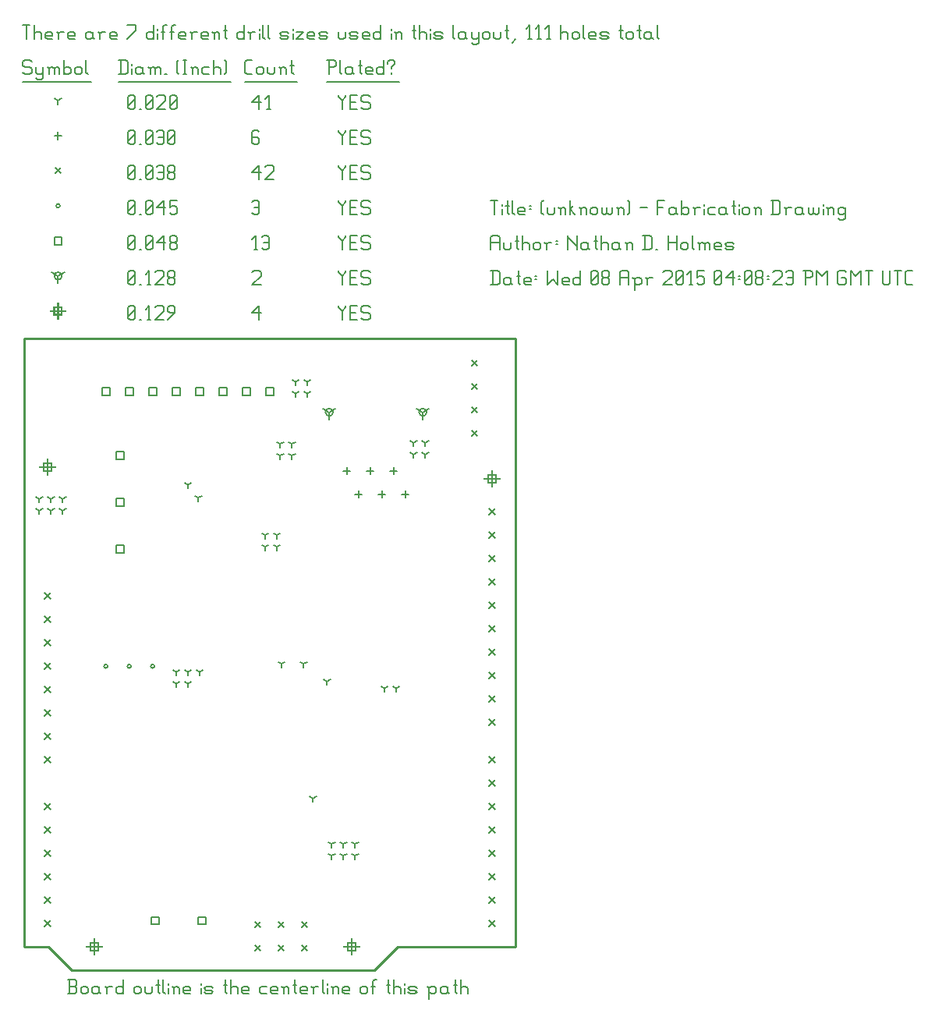
<source format=gbr>
G04 start of page 12 for group -3984 idx -3984 *
G04 Title: (unknown), fab *
G04 Creator: pcb 20140316 *
G04 CreationDate: Wed 08 Apr 2015 04:08:23 PM GMT UTC *
G04 For: ndholmes *
G04 Format: Gerber/RS-274X *
G04 PCB-Dimensions (mil): 2110.00 2710.00 *
G04 PCB-Coordinate-Origin: lower left *
%MOIN*%
%FSLAX25Y25*%
%LNFAB*%
%ADD99C,0.0100*%
%ADD98C,0.0060*%
%ADD97R,0.0080X0.0080*%
G54D97*X140500Y13700D02*Y7300D01*
X137300Y10500D02*X143700D01*
X138900Y12100D02*X142100D01*
X138900D02*Y8900D01*
X142100D01*
Y12100D02*Y8900D01*
X200500Y213700D02*Y207300D01*
X197300Y210500D02*X203700D01*
X198900Y212100D02*X202100D01*
X198900D02*Y208900D01*
X202100D01*
Y212100D02*Y208900D01*
X10500Y218700D02*Y212300D01*
X7300Y215500D02*X13700D01*
X8900Y217100D02*X12100D01*
X8900D02*Y213900D01*
X12100D01*
Y217100D02*Y213900D01*
X30500Y13700D02*Y7300D01*
X27300Y10500D02*X33700D01*
X28900Y12100D02*X32100D01*
X28900D02*Y8900D01*
X32100D01*
Y12100D02*Y8900D01*
X15000Y285450D02*Y279050D01*
X11800Y282250D02*X18200D01*
X13400Y283850D02*X16600D01*
X13400D02*Y280650D01*
X16600D01*
Y283850D02*Y280650D01*
G54D98*X135000Y284500D02*Y283750D01*
X136500Y282250D01*
X138000Y283750D01*
Y284500D02*Y283750D01*
X136500Y282250D02*Y278500D01*
X139800Y281500D02*X142050D01*
X139800Y278500D02*X142800D01*
X139800Y284500D02*Y278500D01*
Y284500D02*X142800D01*
X147600D02*X148350Y283750D01*
X145350Y284500D02*X147600D01*
X144600Y283750D02*X145350Y284500D01*
X144600Y283750D02*Y282250D01*
X145350Y281500D01*
X147600D01*
X148350Y280750D01*
Y279250D01*
X147600Y278500D02*X148350Y279250D01*
X145350Y278500D02*X147600D01*
X144600Y279250D02*X145350Y278500D01*
X98000Y281500D02*X101000Y284500D01*
X98000Y281500D02*X101750D01*
X101000Y284500D02*Y278500D01*
X45000Y279250D02*X45750Y278500D01*
X45000Y283750D02*Y279250D01*
Y283750D02*X45750Y284500D01*
X47250D01*
X48000Y283750D01*
Y279250D01*
X47250Y278500D02*X48000Y279250D01*
X45750Y278500D02*X47250D01*
X45000Y280000D02*X48000Y283000D01*
X49800Y278500D02*X50550D01*
X53100D02*X54600D01*
X53850Y284500D02*Y278500D01*
X52350Y283000D02*X53850Y284500D01*
X56400Y283750D02*X57150Y284500D01*
X59400D01*
X60150Y283750D01*
Y282250D01*
X56400Y278500D02*X60150Y282250D01*
X56400Y278500D02*X60150D01*
X61950D02*X64950Y281500D01*
Y283750D02*Y281500D01*
X64200Y284500D02*X64950Y283750D01*
X62700Y284500D02*X64200D01*
X61950Y283750D02*X62700Y284500D01*
X61950Y283750D02*Y282250D01*
X62700Y281500D01*
X64950D01*
X170900Y239000D02*Y235800D01*
Y239000D02*X173673Y240600D01*
X170900Y239000D02*X168127Y240600D01*
X169300Y239000D02*G75*G03X172500Y239000I1600J0D01*G01*
G75*G03X169300Y239000I-1600J0D01*G01*
X130900D02*Y235800D01*
Y239000D02*X133673Y240600D01*
X130900Y239000D02*X128127Y240600D01*
X129300Y239000D02*G75*G03X132500Y239000I1600J0D01*G01*
G75*G03X129300Y239000I-1600J0D01*G01*
X15000Y297250D02*Y294050D01*
Y297250D02*X17773Y298850D01*
X15000Y297250D02*X12227Y298850D01*
X13400Y297250D02*G75*G03X16600Y297250I1600J0D01*G01*
G75*G03X13400Y297250I-1600J0D01*G01*
X135000Y299500D02*Y298750D01*
X136500Y297250D01*
X138000Y298750D01*
Y299500D02*Y298750D01*
X136500Y297250D02*Y293500D01*
X139800Y296500D02*X142050D01*
X139800Y293500D02*X142800D01*
X139800Y299500D02*Y293500D01*
Y299500D02*X142800D01*
X147600D02*X148350Y298750D01*
X145350Y299500D02*X147600D01*
X144600Y298750D02*X145350Y299500D01*
X144600Y298750D02*Y297250D01*
X145350Y296500D01*
X147600D01*
X148350Y295750D01*
Y294250D01*
X147600Y293500D02*X148350Y294250D01*
X145350Y293500D02*X147600D01*
X144600Y294250D02*X145350Y293500D01*
X98000Y298750D02*X98750Y299500D01*
X101000D01*
X101750Y298750D01*
Y297250D01*
X98000Y293500D02*X101750Y297250D01*
X98000Y293500D02*X101750D01*
X45000Y294250D02*X45750Y293500D01*
X45000Y298750D02*Y294250D01*
Y298750D02*X45750Y299500D01*
X47250D01*
X48000Y298750D01*
Y294250D01*
X47250Y293500D02*X48000Y294250D01*
X45750Y293500D02*X47250D01*
X45000Y295000D02*X48000Y298000D01*
X49800Y293500D02*X50550D01*
X53100D02*X54600D01*
X53850Y299500D02*Y293500D01*
X52350Y298000D02*X53850Y299500D01*
X56400Y298750D02*X57150Y299500D01*
X59400D01*
X60150Y298750D01*
Y297250D01*
X56400Y293500D02*X60150Y297250D01*
X56400Y293500D02*X60150D01*
X61950Y294250D02*X62700Y293500D01*
X61950Y295750D02*Y294250D01*
Y295750D02*X62700Y296500D01*
X64200D01*
X64950Y295750D01*
Y294250D01*
X64200Y293500D02*X64950Y294250D01*
X62700Y293500D02*X64200D01*
X61950Y297250D02*X62700Y296500D01*
X61950Y298750D02*Y297250D01*
Y298750D02*X62700Y299500D01*
X64200D01*
X64950Y298750D01*
Y297250D01*
X64200Y296500D02*X64950Y297250D01*
X103900Y249400D02*X107100D01*
X103900D02*Y246200D01*
X107100D01*
Y249400D02*Y246200D01*
X93900Y249400D02*X97100D01*
X93900D02*Y246200D01*
X97100D01*
Y249400D02*Y246200D01*
X83900Y249400D02*X87100D01*
X83900D02*Y246200D01*
X87100D01*
Y249400D02*Y246200D01*
X73900Y249400D02*X77100D01*
X73900D02*Y246200D01*
X77100D01*
Y249400D02*Y246200D01*
X63900Y249400D02*X67100D01*
X63900D02*Y246200D01*
X67100D01*
Y249400D02*Y246200D01*
X53900Y249400D02*X57100D01*
X53900D02*Y246200D01*
X57100D01*
Y249400D02*Y246200D01*
X43900Y249400D02*X47100D01*
X43900D02*Y246200D01*
X47100D01*
Y249400D02*Y246200D01*
X33900Y249400D02*X37100D01*
X33900D02*Y246200D01*
X37100D01*
Y249400D02*Y246200D01*
X55000Y23300D02*X58200D01*
X55000D02*Y20100D01*
X58200D01*
Y23300D02*Y20100D01*
X75000Y23300D02*X78200D01*
X75000D02*Y20100D01*
X78200D01*
Y23300D02*Y20100D01*
X39900Y222100D02*X43100D01*
X39900D02*Y218900D01*
X43100D01*
Y222100D02*Y218900D01*
X39900Y202100D02*X43100D01*
X39900D02*Y198900D01*
X43100D01*
Y202100D02*Y198900D01*
X39900Y182100D02*X43100D01*
X39900D02*Y178900D01*
X43100D01*
Y182100D02*Y178900D01*
X13400Y313850D02*X16600D01*
X13400D02*Y310650D01*
X16600D01*
Y313850D02*Y310650D01*
X135000Y314500D02*Y313750D01*
X136500Y312250D01*
X138000Y313750D01*
Y314500D02*Y313750D01*
X136500Y312250D02*Y308500D01*
X139800Y311500D02*X142050D01*
X139800Y308500D02*X142800D01*
X139800Y314500D02*Y308500D01*
Y314500D02*X142800D01*
X147600D02*X148350Y313750D01*
X145350Y314500D02*X147600D01*
X144600Y313750D02*X145350Y314500D01*
X144600Y313750D02*Y312250D01*
X145350Y311500D01*
X147600D01*
X148350Y310750D01*
Y309250D01*
X147600Y308500D02*X148350Y309250D01*
X145350Y308500D02*X147600D01*
X144600Y309250D02*X145350Y308500D01*
X98750D02*X100250D01*
X99500Y314500D02*Y308500D01*
X98000Y313000D02*X99500Y314500D01*
X102050Y313750D02*X102800Y314500D01*
X104300D01*
X105050Y313750D01*
Y309250D01*
X104300Y308500D02*X105050Y309250D01*
X102800Y308500D02*X104300D01*
X102050Y309250D02*X102800Y308500D01*
Y311500D02*X105050D01*
X45000Y309250D02*X45750Y308500D01*
X45000Y313750D02*Y309250D01*
Y313750D02*X45750Y314500D01*
X47250D01*
X48000Y313750D01*
Y309250D01*
X47250Y308500D02*X48000Y309250D01*
X45750Y308500D02*X47250D01*
X45000Y310000D02*X48000Y313000D01*
X49800Y308500D02*X50550D01*
X52350Y309250D02*X53100Y308500D01*
X52350Y313750D02*Y309250D01*
Y313750D02*X53100Y314500D01*
X54600D01*
X55350Y313750D01*
Y309250D01*
X54600Y308500D02*X55350Y309250D01*
X53100Y308500D02*X54600D01*
X52350Y310000D02*X55350Y313000D01*
X57150Y311500D02*X60150Y314500D01*
X57150Y311500D02*X60900D01*
X60150Y314500D02*Y308500D01*
X62700Y309250D02*X63450Y308500D01*
X62700Y310750D02*Y309250D01*
Y310750D02*X63450Y311500D01*
X64950D01*
X65700Y310750D01*
Y309250D01*
X64950Y308500D02*X65700Y309250D01*
X63450Y308500D02*X64950D01*
X62700Y312250D02*X63450Y311500D01*
X62700Y313750D02*Y312250D01*
Y313750D02*X63450Y314500D01*
X64950D01*
X65700Y313750D01*
Y312250D01*
X64950Y311500D02*X65700Y312250D01*
X54600Y130400D02*G75*G03X56200Y130400I800J0D01*G01*
G75*G03X54600Y130400I-800J0D01*G01*
X44600D02*G75*G03X46200Y130400I800J0D01*G01*
G75*G03X44600Y130400I-800J0D01*G01*
X34600D02*G75*G03X36200Y130400I800J0D01*G01*
G75*G03X34600Y130400I-800J0D01*G01*
X14200Y327250D02*G75*G03X15800Y327250I800J0D01*G01*
G75*G03X14200Y327250I-800J0D01*G01*
X135000Y329500D02*Y328750D01*
X136500Y327250D01*
X138000Y328750D01*
Y329500D02*Y328750D01*
X136500Y327250D02*Y323500D01*
X139800Y326500D02*X142050D01*
X139800Y323500D02*X142800D01*
X139800Y329500D02*Y323500D01*
Y329500D02*X142800D01*
X147600D02*X148350Y328750D01*
X145350Y329500D02*X147600D01*
X144600Y328750D02*X145350Y329500D01*
X144600Y328750D02*Y327250D01*
X145350Y326500D01*
X147600D01*
X148350Y325750D01*
Y324250D01*
X147600Y323500D02*X148350Y324250D01*
X145350Y323500D02*X147600D01*
X144600Y324250D02*X145350Y323500D01*
X98000Y328750D02*X98750Y329500D01*
X100250D01*
X101000Y328750D01*
Y324250D01*
X100250Y323500D02*X101000Y324250D01*
X98750Y323500D02*X100250D01*
X98000Y324250D02*X98750Y323500D01*
Y326500D02*X101000D01*
X45000Y324250D02*X45750Y323500D01*
X45000Y328750D02*Y324250D01*
Y328750D02*X45750Y329500D01*
X47250D01*
X48000Y328750D01*
Y324250D01*
X47250Y323500D02*X48000Y324250D01*
X45750Y323500D02*X47250D01*
X45000Y325000D02*X48000Y328000D01*
X49800Y323500D02*X50550D01*
X52350Y324250D02*X53100Y323500D01*
X52350Y328750D02*Y324250D01*
Y328750D02*X53100Y329500D01*
X54600D01*
X55350Y328750D01*
Y324250D01*
X54600Y323500D02*X55350Y324250D01*
X53100Y323500D02*X54600D01*
X52350Y325000D02*X55350Y328000D01*
X57150Y326500D02*X60150Y329500D01*
X57150Y326500D02*X60900D01*
X60150Y329500D02*Y323500D01*
X62700Y329500D02*X65700D01*
X62700D02*Y326500D01*
X63450Y327250D01*
X64950D01*
X65700Y326500D01*
Y324250D01*
X64950Y323500D02*X65700Y324250D01*
X63450Y323500D02*X64950D01*
X62700Y324250D02*X63450Y323500D01*
X9300Y161700D02*X11700Y159300D01*
X9300D02*X11700Y161700D01*
X9300Y151700D02*X11700Y149300D01*
X9300D02*X11700Y151700D01*
X9300Y141700D02*X11700Y139300D01*
X9300D02*X11700Y141700D01*
X9300Y131700D02*X11700Y129300D01*
X9300D02*X11700Y131700D01*
X9300Y121700D02*X11700Y119300D01*
X9300D02*X11700Y121700D01*
X9300Y111700D02*X11700Y109300D01*
X9300D02*X11700Y111700D01*
X9300Y101700D02*X11700Y99300D01*
X9300D02*X11700Y101700D01*
X9300Y91700D02*X11700Y89300D01*
X9300D02*X11700Y91700D01*
X9300Y71700D02*X11700Y69300D01*
X9300D02*X11700Y71700D01*
X9300Y61700D02*X11700Y59300D01*
X9300D02*X11700Y61700D01*
X9300Y51700D02*X11700Y49300D01*
X9300D02*X11700Y51700D01*
X9300Y41700D02*X11700Y39300D01*
X9300D02*X11700Y41700D01*
X9300Y31700D02*X11700Y29300D01*
X9300D02*X11700Y31700D01*
X9300Y21700D02*X11700Y19300D01*
X9300D02*X11700Y21700D01*
X199300D02*X201700Y19300D01*
X199300D02*X201700Y21700D01*
X199300Y31700D02*X201700Y29300D01*
X199300D02*X201700Y31700D01*
X199300Y41700D02*X201700Y39300D01*
X199300D02*X201700Y41700D01*
X199300Y51700D02*X201700Y49300D01*
X199300D02*X201700Y51700D01*
X199300Y61700D02*X201700Y59300D01*
X199300D02*X201700Y61700D01*
X199300Y71700D02*X201700Y69300D01*
X199300D02*X201700Y71700D01*
X199300Y81700D02*X201700Y79300D01*
X199300D02*X201700Y81700D01*
X199300Y91700D02*X201700Y89300D01*
X199300D02*X201700Y91700D01*
X199300Y107700D02*X201700Y105300D01*
X199300D02*X201700Y107700D01*
X199300Y117700D02*X201700Y115300D01*
X199300D02*X201700Y117700D01*
X199300Y127700D02*X201700Y125300D01*
X199300D02*X201700Y127700D01*
X199300Y137700D02*X201700Y135300D01*
X199300D02*X201700Y137700D01*
X199300Y147700D02*X201700Y145300D01*
X199300D02*X201700Y147700D01*
X199300Y157700D02*X201700Y155300D01*
X199300D02*X201700Y157700D01*
X199300Y167700D02*X201700Y165300D01*
X199300D02*X201700Y167700D01*
X199300Y177700D02*X201700Y175300D01*
X199300D02*X201700Y177700D01*
X199300Y187700D02*X201700Y185300D01*
X199300D02*X201700Y187700D01*
X199300Y197700D02*X201700Y195300D01*
X199300D02*X201700Y197700D01*
X119100Y21200D02*X121500Y18800D01*
X119100D02*X121500Y21200D01*
X109100D02*X111500Y18800D01*
X109100D02*X111500Y21200D01*
X99100D02*X101500Y18800D01*
X99100D02*X101500Y21200D01*
X119100Y11200D02*X121500Y8800D01*
X119100D02*X121500Y11200D01*
X109100D02*X111500Y8800D01*
X109100D02*X111500Y11200D01*
X99100D02*X101500Y8800D01*
X99100D02*X101500Y11200D01*
X191800Y261200D02*X194200Y258800D01*
X191800D02*X194200Y261200D01*
X191800Y251200D02*X194200Y248800D01*
X191800D02*X194200Y251200D01*
X191800Y241200D02*X194200Y238800D01*
X191800D02*X194200Y241200D01*
X191800Y231200D02*X194200Y228800D01*
X191800D02*X194200Y231200D01*
X13800Y343450D02*X16200Y341050D01*
X13800D02*X16200Y343450D01*
X135000Y344500D02*Y343750D01*
X136500Y342250D01*
X138000Y343750D01*
Y344500D02*Y343750D01*
X136500Y342250D02*Y338500D01*
X139800Y341500D02*X142050D01*
X139800Y338500D02*X142800D01*
X139800Y344500D02*Y338500D01*
Y344500D02*X142800D01*
X147600D02*X148350Y343750D01*
X145350Y344500D02*X147600D01*
X144600Y343750D02*X145350Y344500D01*
X144600Y343750D02*Y342250D01*
X145350Y341500D01*
X147600D01*
X148350Y340750D01*
Y339250D01*
X147600Y338500D02*X148350Y339250D01*
X145350Y338500D02*X147600D01*
X144600Y339250D02*X145350Y338500D01*
X98000Y341500D02*X101000Y344500D01*
X98000Y341500D02*X101750D01*
X101000Y344500D02*Y338500D01*
X103550Y343750D02*X104300Y344500D01*
X106550D01*
X107300Y343750D01*
Y342250D01*
X103550Y338500D02*X107300Y342250D01*
X103550Y338500D02*X107300D01*
X45000Y339250D02*X45750Y338500D01*
X45000Y343750D02*Y339250D01*
Y343750D02*X45750Y344500D01*
X47250D01*
X48000Y343750D01*
Y339250D01*
X47250Y338500D02*X48000Y339250D01*
X45750Y338500D02*X47250D01*
X45000Y340000D02*X48000Y343000D01*
X49800Y338500D02*X50550D01*
X52350Y339250D02*X53100Y338500D01*
X52350Y343750D02*Y339250D01*
Y343750D02*X53100Y344500D01*
X54600D01*
X55350Y343750D01*
Y339250D01*
X54600Y338500D02*X55350Y339250D01*
X53100Y338500D02*X54600D01*
X52350Y340000D02*X55350Y343000D01*
X57150Y343750D02*X57900Y344500D01*
X59400D01*
X60150Y343750D01*
Y339250D01*
X59400Y338500D02*X60150Y339250D01*
X57900Y338500D02*X59400D01*
X57150Y339250D02*X57900Y338500D01*
Y341500D02*X60150D01*
X61950Y339250D02*X62700Y338500D01*
X61950Y340750D02*Y339250D01*
Y340750D02*X62700Y341500D01*
X64200D01*
X64950Y340750D01*
Y339250D01*
X64200Y338500D02*X64950Y339250D01*
X62700Y338500D02*X64200D01*
X61950Y342250D02*X62700Y341500D01*
X61950Y343750D02*Y342250D01*
Y343750D02*X62700Y344500D01*
X64200D01*
X64950Y343750D01*
Y342250D01*
X64200Y341500D02*X64950Y342250D01*
X163400Y205600D02*Y202400D01*
X161800Y204000D02*X165000D01*
X158400Y215600D02*Y212400D01*
X156800Y214000D02*X160000D01*
X153400Y205600D02*Y202400D01*
X151800Y204000D02*X155000D01*
X148400Y215600D02*Y212400D01*
X146800Y214000D02*X150000D01*
X143400Y205600D02*Y202400D01*
X141800Y204000D02*X145000D01*
X138400Y215600D02*Y212400D01*
X136800Y214000D02*X140000D01*
X15000Y358850D02*Y355650D01*
X13400Y357250D02*X16600D01*
X135000Y359500D02*Y358750D01*
X136500Y357250D01*
X138000Y358750D01*
Y359500D02*Y358750D01*
X136500Y357250D02*Y353500D01*
X139800Y356500D02*X142050D01*
X139800Y353500D02*X142800D01*
X139800Y359500D02*Y353500D01*
Y359500D02*X142800D01*
X147600D02*X148350Y358750D01*
X145350Y359500D02*X147600D01*
X144600Y358750D02*X145350Y359500D01*
X144600Y358750D02*Y357250D01*
X145350Y356500D01*
X147600D01*
X148350Y355750D01*
Y354250D01*
X147600Y353500D02*X148350Y354250D01*
X145350Y353500D02*X147600D01*
X144600Y354250D02*X145350Y353500D01*
X100250Y359500D02*X101000Y358750D01*
X98750Y359500D02*X100250D01*
X98000Y358750D02*X98750Y359500D01*
X98000Y358750D02*Y354250D01*
X98750Y353500D01*
X100250Y356500D02*X101000Y355750D01*
X98000Y356500D02*X100250D01*
X98750Y353500D02*X100250D01*
X101000Y354250D01*
Y355750D02*Y354250D01*
X45000D02*X45750Y353500D01*
X45000Y358750D02*Y354250D01*
Y358750D02*X45750Y359500D01*
X47250D01*
X48000Y358750D01*
Y354250D01*
X47250Y353500D02*X48000Y354250D01*
X45750Y353500D02*X47250D01*
X45000Y355000D02*X48000Y358000D01*
X49800Y353500D02*X50550D01*
X52350Y354250D02*X53100Y353500D01*
X52350Y358750D02*Y354250D01*
Y358750D02*X53100Y359500D01*
X54600D01*
X55350Y358750D01*
Y354250D01*
X54600Y353500D02*X55350Y354250D01*
X53100Y353500D02*X54600D01*
X52350Y355000D02*X55350Y358000D01*
X57150Y358750D02*X57900Y359500D01*
X59400D01*
X60150Y358750D01*
Y354250D01*
X59400Y353500D02*X60150Y354250D01*
X57900Y353500D02*X59400D01*
X57150Y354250D02*X57900Y353500D01*
Y356500D02*X60150D01*
X61950Y354250D02*X62700Y353500D01*
X61950Y358750D02*Y354250D01*
Y358750D02*X62700Y359500D01*
X64200D01*
X64950Y358750D01*
Y354250D01*
X64200Y353500D02*X64950Y354250D01*
X62700Y353500D02*X64200D01*
X61950Y355000D02*X64950Y358000D01*
X7000Y197000D02*Y195400D01*
Y197000D02*X8387Y197800D01*
X7000Y197000D02*X5613Y197800D01*
X12000Y197000D02*Y195400D01*
Y197000D02*X13387Y197800D01*
X12000Y197000D02*X10613Y197800D01*
X17000Y197000D02*Y195400D01*
Y197000D02*X18387Y197800D01*
X17000Y197000D02*X15613Y197800D01*
X7000Y202000D02*Y200400D01*
Y202000D02*X8387Y202800D01*
X7000Y202000D02*X5613Y202800D01*
X12000Y202000D02*Y200400D01*
Y202000D02*X13387Y202800D01*
X12000Y202000D02*X10613Y202800D01*
X17000Y202000D02*Y200400D01*
Y202000D02*X18387Y202800D01*
X17000Y202000D02*X15613Y202800D01*
X121500Y247000D02*Y245400D01*
Y247000D02*X122887Y247800D01*
X121500Y247000D02*X120113Y247800D01*
X121500Y252000D02*Y250400D01*
Y252000D02*X122887Y252800D01*
X121500Y252000D02*X120113Y252800D01*
X116500Y252000D02*Y250400D01*
Y252000D02*X117887Y252800D01*
X116500Y252000D02*X115113Y252800D01*
X116500Y247000D02*Y245400D01*
Y247000D02*X117887Y247800D01*
X116500Y247000D02*X115113Y247800D01*
X132000Y49500D02*Y47900D01*
Y49500D02*X133387Y50300D01*
X132000Y49500D02*X130613Y50300D01*
X137000Y49500D02*Y47900D01*
Y49500D02*X138387Y50300D01*
X137000Y49500D02*X135613Y50300D01*
X142000Y49500D02*Y47900D01*
Y49500D02*X143387Y50300D01*
X142000Y49500D02*X140613Y50300D01*
X132000Y54500D02*Y52900D01*
Y54500D02*X133387Y55300D01*
X132000Y54500D02*X130613Y55300D01*
X137000Y54500D02*Y52900D01*
Y54500D02*X138387Y55300D01*
X137000Y54500D02*X135613Y55300D01*
X142000Y54500D02*Y52900D01*
Y54500D02*X143387Y55300D01*
X142000Y54500D02*X140613Y55300D01*
X154500Y121000D02*Y119400D01*
Y121000D02*X155887Y121800D01*
X154500Y121000D02*X153113Y121800D01*
X159500Y121000D02*Y119400D01*
Y121000D02*X160887Y121800D01*
X159500Y121000D02*X158113Y121800D01*
X130000Y124000D02*Y122400D01*
Y124000D02*X131387Y124800D01*
X130000Y124000D02*X128613Y124800D01*
X65500Y123000D02*Y121400D01*
Y123000D02*X66887Y123800D01*
X65500Y123000D02*X64113Y123800D01*
X70500Y123000D02*Y121400D01*
Y123000D02*X71887Y123800D01*
X70500Y123000D02*X69113Y123800D01*
X65500Y128000D02*Y126400D01*
Y128000D02*X66887Y128800D01*
X65500Y128000D02*X64113Y128800D01*
X70500Y128000D02*Y126400D01*
Y128000D02*X71887Y128800D01*
X70500Y128000D02*X69113Y128800D01*
X75500Y128000D02*Y126400D01*
Y128000D02*X76887Y128800D01*
X75500Y128000D02*X74113Y128800D01*
X167000Y221000D02*Y219400D01*
Y221000D02*X168387Y221800D01*
X167000Y221000D02*X165613Y221800D01*
X172000Y221000D02*Y219400D01*
Y221000D02*X173387Y221800D01*
X172000Y221000D02*X170613Y221800D01*
X167000Y226000D02*Y224400D01*
Y226000D02*X168387Y226800D01*
X167000Y226000D02*X165613Y226800D01*
X172000Y226000D02*Y224400D01*
Y226000D02*X173387Y226800D01*
X172000Y226000D02*X170613Y226800D01*
X124000Y74000D02*Y72400D01*
Y74000D02*X125387Y74800D01*
X124000Y74000D02*X122613Y74800D01*
X75000Y202500D02*Y200900D01*
Y202500D02*X76387Y203300D01*
X75000Y202500D02*X73613Y203300D01*
X70500Y208000D02*Y206400D01*
Y208000D02*X71887Y208800D01*
X70500Y208000D02*X69113Y208800D01*
X110000Y220500D02*Y218900D01*
Y220500D02*X111387Y221300D01*
X110000Y220500D02*X108613Y221300D01*
X115000Y220500D02*Y218900D01*
Y220500D02*X116387Y221300D01*
X115000Y220500D02*X113613Y221300D01*
X110000Y225500D02*Y223900D01*
Y225500D02*X111387Y226300D01*
X110000Y225500D02*X108613Y226300D01*
X115000Y225500D02*Y223900D01*
Y225500D02*X116387Y226300D01*
X115000Y225500D02*X113613Y226300D01*
X120000Y131500D02*Y129900D01*
Y131500D02*X121387Y132300D01*
X120000Y131500D02*X118613Y132300D01*
X110500Y131500D02*Y129900D01*
Y131500D02*X111887Y132300D01*
X110500Y131500D02*X109113Y132300D01*
X103500Y181500D02*Y179900D01*
Y181500D02*X104887Y182300D01*
X103500Y181500D02*X102113Y182300D01*
X108500Y181500D02*Y179900D01*
Y181500D02*X109887Y182300D01*
X108500Y181500D02*X107113Y182300D01*
X103500Y186500D02*Y184900D01*
Y186500D02*X104887Y187300D01*
X103500Y186500D02*X102113Y187300D01*
X108500Y186500D02*Y184900D01*
Y186500D02*X109887Y187300D01*
X108500Y186500D02*X107113Y187300D01*
X15000Y372250D02*Y370650D01*
Y372250D02*X16387Y373050D01*
X15000Y372250D02*X13613Y373050D01*
X135000Y374500D02*Y373750D01*
X136500Y372250D01*
X138000Y373750D01*
Y374500D02*Y373750D01*
X136500Y372250D02*Y368500D01*
X139800Y371500D02*X142050D01*
X139800Y368500D02*X142800D01*
X139800Y374500D02*Y368500D01*
Y374500D02*X142800D01*
X147600D02*X148350Y373750D01*
X145350Y374500D02*X147600D01*
X144600Y373750D02*X145350Y374500D01*
X144600Y373750D02*Y372250D01*
X145350Y371500D01*
X147600D01*
X148350Y370750D01*
Y369250D01*
X147600Y368500D02*X148350Y369250D01*
X145350Y368500D02*X147600D01*
X144600Y369250D02*X145350Y368500D01*
X98000Y371500D02*X101000Y374500D01*
X98000Y371500D02*X101750D01*
X101000Y374500D02*Y368500D01*
X104300D02*X105800D01*
X105050Y374500D02*Y368500D01*
X103550Y373000D02*X105050Y374500D01*
X45000Y369250D02*X45750Y368500D01*
X45000Y373750D02*Y369250D01*
Y373750D02*X45750Y374500D01*
X47250D01*
X48000Y373750D01*
Y369250D01*
X47250Y368500D02*X48000Y369250D01*
X45750Y368500D02*X47250D01*
X45000Y370000D02*X48000Y373000D01*
X49800Y368500D02*X50550D01*
X52350Y369250D02*X53100Y368500D01*
X52350Y373750D02*Y369250D01*
Y373750D02*X53100Y374500D01*
X54600D01*
X55350Y373750D01*
Y369250D01*
X54600Y368500D02*X55350Y369250D01*
X53100Y368500D02*X54600D01*
X52350Y370000D02*X55350Y373000D01*
X57150Y373750D02*X57900Y374500D01*
X60150D01*
X60900Y373750D01*
Y372250D01*
X57150Y368500D02*X60900Y372250D01*
X57150Y368500D02*X60900D01*
X62700Y369250D02*X63450Y368500D01*
X62700Y373750D02*Y369250D01*
Y373750D02*X63450Y374500D01*
X64950D01*
X65700Y373750D01*
Y369250D01*
X64950Y368500D02*X65700Y369250D01*
X63450Y368500D02*X64950D01*
X62700Y370000D02*X65700Y373000D01*
X3000Y389500D02*X3750Y388750D01*
X750Y389500D02*X3000D01*
X0Y388750D02*X750Y389500D01*
X0Y388750D02*Y387250D01*
X750Y386500D01*
X3000D01*
X3750Y385750D01*
Y384250D01*
X3000Y383500D02*X3750Y384250D01*
X750Y383500D02*X3000D01*
X0Y384250D02*X750Y383500D01*
X5550Y386500D02*Y384250D01*
X6300Y383500D01*
X8550Y386500D02*Y382000D01*
X7800Y381250D02*X8550Y382000D01*
X6300Y381250D02*X7800D01*
X5550Y382000D02*X6300Y381250D01*
Y383500D02*X7800D01*
X8550Y384250D01*
X11100Y385750D02*Y383500D01*
Y385750D02*X11850Y386500D01*
X12600D01*
X13350Y385750D01*
Y383500D01*
Y385750D02*X14100Y386500D01*
X14850D01*
X15600Y385750D01*
Y383500D01*
X10350Y386500D02*X11100Y385750D01*
X17400Y389500D02*Y383500D01*
Y384250D02*X18150Y383500D01*
X19650D01*
X20400Y384250D01*
Y385750D02*Y384250D01*
X19650Y386500D02*X20400Y385750D01*
X18150Y386500D02*X19650D01*
X17400Y385750D02*X18150Y386500D01*
X22200Y385750D02*Y384250D01*
Y385750D02*X22950Y386500D01*
X24450D01*
X25200Y385750D01*
Y384250D01*
X24450Y383500D02*X25200Y384250D01*
X22950Y383500D02*X24450D01*
X22200Y384250D02*X22950Y383500D01*
X27000Y389500D02*Y384250D01*
X27750Y383500D01*
X0Y380250D02*X29250D01*
X41750Y389500D02*Y383500D01*
X44000Y389500D02*X44750Y388750D01*
Y384250D01*
X44000Y383500D02*X44750Y384250D01*
X41000Y383500D02*X44000D01*
X41000Y389500D02*X44000D01*
X46550Y388000D02*Y387250D01*
Y385750D02*Y383500D01*
X50300Y386500D02*X51050Y385750D01*
X48800Y386500D02*X50300D01*
X48050Y385750D02*X48800Y386500D01*
X48050Y385750D02*Y384250D01*
X48800Y383500D01*
X51050Y386500D02*Y384250D01*
X51800Y383500D01*
X48800D02*X50300D01*
X51050Y384250D01*
X54350Y385750D02*Y383500D01*
Y385750D02*X55100Y386500D01*
X55850D01*
X56600Y385750D01*
Y383500D01*
Y385750D02*X57350Y386500D01*
X58100D01*
X58850Y385750D01*
Y383500D01*
X53600Y386500D02*X54350Y385750D01*
X60650Y383500D02*X61400D01*
X65900Y384250D02*X66650Y383500D01*
X65900Y388750D02*X66650Y389500D01*
X65900Y388750D02*Y384250D01*
X68450Y389500D02*X69950D01*
X69200D02*Y383500D01*
X68450D02*X69950D01*
X72500Y385750D02*Y383500D01*
Y385750D02*X73250Y386500D01*
X74000D01*
X74750Y385750D01*
Y383500D01*
X71750Y386500D02*X72500Y385750D01*
X77300Y386500D02*X79550D01*
X76550Y385750D02*X77300Y386500D01*
X76550Y385750D02*Y384250D01*
X77300Y383500D01*
X79550D01*
X81350Y389500D02*Y383500D01*
Y385750D02*X82100Y386500D01*
X83600D01*
X84350Y385750D01*
Y383500D01*
X86150Y389500D02*X86900Y388750D01*
Y384250D01*
X86150Y383500D02*X86900Y384250D01*
X41000Y380250D02*X88700D01*
X95750Y383500D02*X98000D01*
X95000Y384250D02*X95750Y383500D01*
X95000Y388750D02*Y384250D01*
Y388750D02*X95750Y389500D01*
X98000D01*
X99800Y385750D02*Y384250D01*
Y385750D02*X100550Y386500D01*
X102050D01*
X102800Y385750D01*
Y384250D01*
X102050Y383500D02*X102800Y384250D01*
X100550Y383500D02*X102050D01*
X99800Y384250D02*X100550Y383500D01*
X104600Y386500D02*Y384250D01*
X105350Y383500D01*
X106850D01*
X107600Y384250D01*
Y386500D02*Y384250D01*
X110150Y385750D02*Y383500D01*
Y385750D02*X110900Y386500D01*
X111650D01*
X112400Y385750D01*
Y383500D01*
X109400Y386500D02*X110150Y385750D01*
X114950Y389500D02*Y384250D01*
X115700Y383500D01*
X114200Y387250D02*X115700D01*
X95000Y380250D02*X117200D01*
X130750Y389500D02*Y383500D01*
X130000Y389500D02*X133000D01*
X133750Y388750D01*
Y387250D01*
X133000Y386500D02*X133750Y387250D01*
X130750Y386500D02*X133000D01*
X135550Y389500D02*Y384250D01*
X136300Y383500D01*
X140050Y386500D02*X140800Y385750D01*
X138550Y386500D02*X140050D01*
X137800Y385750D02*X138550Y386500D01*
X137800Y385750D02*Y384250D01*
X138550Y383500D01*
X140800Y386500D02*Y384250D01*
X141550Y383500D01*
X138550D02*X140050D01*
X140800Y384250D01*
X144100Y389500D02*Y384250D01*
X144850Y383500D01*
X143350Y387250D02*X144850D01*
X147100Y383500D02*X149350D01*
X146350Y384250D02*X147100Y383500D01*
X146350Y385750D02*Y384250D01*
Y385750D02*X147100Y386500D01*
X148600D01*
X149350Y385750D01*
X146350Y385000D02*X149350D01*
Y385750D02*Y385000D01*
X154150Y389500D02*Y383500D01*
X153400D02*X154150Y384250D01*
X151900Y383500D02*X153400D01*
X151150Y384250D02*X151900Y383500D01*
X151150Y385750D02*Y384250D01*
Y385750D02*X151900Y386500D01*
X153400D01*
X154150Y385750D01*
X157450Y386500D02*Y385750D01*
Y384250D02*Y383500D01*
X155950Y388750D02*Y388000D01*
Y388750D02*X156700Y389500D01*
X158200D01*
X158950Y388750D01*
Y388000D01*
X157450Y386500D02*X158950Y388000D01*
X130000Y380250D02*X160750D01*
X0Y404500D02*X3000D01*
X1500D02*Y398500D01*
X4800Y404500D02*Y398500D01*
Y400750D02*X5550Y401500D01*
X7050D01*
X7800Y400750D01*
Y398500D01*
X10350D02*X12600D01*
X9600Y399250D02*X10350Y398500D01*
X9600Y400750D02*Y399250D01*
Y400750D02*X10350Y401500D01*
X11850D01*
X12600Y400750D01*
X9600Y400000D02*X12600D01*
Y400750D02*Y400000D01*
X15150Y400750D02*Y398500D01*
Y400750D02*X15900Y401500D01*
X17400D01*
X14400D02*X15150Y400750D01*
X19950Y398500D02*X22200D01*
X19200Y399250D02*X19950Y398500D01*
X19200Y400750D02*Y399250D01*
Y400750D02*X19950Y401500D01*
X21450D01*
X22200Y400750D01*
X19200Y400000D02*X22200D01*
Y400750D02*Y400000D01*
X28950Y401500D02*X29700Y400750D01*
X27450Y401500D02*X28950D01*
X26700Y400750D02*X27450Y401500D01*
X26700Y400750D02*Y399250D01*
X27450Y398500D01*
X29700Y401500D02*Y399250D01*
X30450Y398500D01*
X27450D02*X28950D01*
X29700Y399250D01*
X33000Y400750D02*Y398500D01*
Y400750D02*X33750Y401500D01*
X35250D01*
X32250D02*X33000Y400750D01*
X37800Y398500D02*X40050D01*
X37050Y399250D02*X37800Y398500D01*
X37050Y400750D02*Y399250D01*
Y400750D02*X37800Y401500D01*
X39300D01*
X40050Y400750D01*
X37050Y400000D02*X40050D01*
Y400750D02*Y400000D01*
X44550Y398500D02*X48300Y402250D01*
Y404500D02*Y402250D01*
X44550Y404500D02*X48300D01*
X55800D02*Y398500D01*
X55050D02*X55800Y399250D01*
X53550Y398500D02*X55050D01*
X52800Y399250D02*X53550Y398500D01*
X52800Y400750D02*Y399250D01*
Y400750D02*X53550Y401500D01*
X55050D01*
X55800Y400750D01*
X57600Y403000D02*Y402250D01*
Y400750D02*Y398500D01*
X59850Y403750D02*Y398500D01*
Y403750D02*X60600Y404500D01*
X61350D01*
X59100Y401500D02*X60600D01*
X63600Y403750D02*Y398500D01*
Y403750D02*X64350Y404500D01*
X65100D01*
X62850Y401500D02*X64350D01*
X67350Y398500D02*X69600D01*
X66600Y399250D02*X67350Y398500D01*
X66600Y400750D02*Y399250D01*
Y400750D02*X67350Y401500D01*
X68850D01*
X69600Y400750D01*
X66600Y400000D02*X69600D01*
Y400750D02*Y400000D01*
X72150Y400750D02*Y398500D01*
Y400750D02*X72900Y401500D01*
X74400D01*
X71400D02*X72150Y400750D01*
X76950Y398500D02*X79200D01*
X76200Y399250D02*X76950Y398500D01*
X76200Y400750D02*Y399250D01*
Y400750D02*X76950Y401500D01*
X78450D01*
X79200Y400750D01*
X76200Y400000D02*X79200D01*
Y400750D02*Y400000D01*
X81750Y400750D02*Y398500D01*
Y400750D02*X82500Y401500D01*
X83250D01*
X84000Y400750D01*
Y398500D01*
X81000Y401500D02*X81750Y400750D01*
X86550Y404500D02*Y399250D01*
X87300Y398500D01*
X85800Y402250D02*X87300D01*
X94500Y404500D02*Y398500D01*
X93750D02*X94500Y399250D01*
X92250Y398500D02*X93750D01*
X91500Y399250D02*X92250Y398500D01*
X91500Y400750D02*Y399250D01*
Y400750D02*X92250Y401500D01*
X93750D01*
X94500Y400750D01*
X97050D02*Y398500D01*
Y400750D02*X97800Y401500D01*
X99300D01*
X96300D02*X97050Y400750D01*
X101100Y403000D02*Y402250D01*
Y400750D02*Y398500D01*
X102600Y404500D02*Y399250D01*
X103350Y398500D01*
X104850Y404500D02*Y399250D01*
X105600Y398500D01*
X110550D02*X112800D01*
X113550Y399250D01*
X112800Y400000D02*X113550Y399250D01*
X110550Y400000D02*X112800D01*
X109800Y400750D02*X110550Y400000D01*
X109800Y400750D02*X110550Y401500D01*
X112800D01*
X113550Y400750D01*
X109800Y399250D02*X110550Y398500D01*
X115350Y403000D02*Y402250D01*
Y400750D02*Y398500D01*
X116850Y401500D02*X119850D01*
X116850Y398500D02*X119850Y401500D01*
X116850Y398500D02*X119850D01*
X122400D02*X124650D01*
X121650Y399250D02*X122400Y398500D01*
X121650Y400750D02*Y399250D01*
Y400750D02*X122400Y401500D01*
X123900D01*
X124650Y400750D01*
X121650Y400000D02*X124650D01*
Y400750D02*Y400000D01*
X127200Y398500D02*X129450D01*
X130200Y399250D01*
X129450Y400000D02*X130200Y399250D01*
X127200Y400000D02*X129450D01*
X126450Y400750D02*X127200Y400000D01*
X126450Y400750D02*X127200Y401500D01*
X129450D01*
X130200Y400750D01*
X126450Y399250D02*X127200Y398500D01*
X134700Y401500D02*Y399250D01*
X135450Y398500D01*
X136950D01*
X137700Y399250D01*
Y401500D02*Y399250D01*
X140250Y398500D02*X142500D01*
X143250Y399250D01*
X142500Y400000D02*X143250Y399250D01*
X140250Y400000D02*X142500D01*
X139500Y400750D02*X140250Y400000D01*
X139500Y400750D02*X140250Y401500D01*
X142500D01*
X143250Y400750D01*
X139500Y399250D02*X140250Y398500D01*
X145800D02*X148050D01*
X145050Y399250D02*X145800Y398500D01*
X145050Y400750D02*Y399250D01*
Y400750D02*X145800Y401500D01*
X147300D01*
X148050Y400750D01*
X145050Y400000D02*X148050D01*
Y400750D02*Y400000D01*
X152850Y404500D02*Y398500D01*
X152100D02*X152850Y399250D01*
X150600Y398500D02*X152100D01*
X149850Y399250D02*X150600Y398500D01*
X149850Y400750D02*Y399250D01*
Y400750D02*X150600Y401500D01*
X152100D01*
X152850Y400750D01*
X157350Y403000D02*Y402250D01*
Y400750D02*Y398500D01*
X159600Y400750D02*Y398500D01*
Y400750D02*X160350Y401500D01*
X161100D01*
X161850Y400750D01*
Y398500D01*
X158850Y401500D02*X159600Y400750D01*
X167100Y404500D02*Y399250D01*
X167850Y398500D01*
X166350Y402250D02*X167850D01*
X169350Y404500D02*Y398500D01*
Y400750D02*X170100Y401500D01*
X171600D01*
X172350Y400750D01*
Y398500D01*
X174150Y403000D02*Y402250D01*
Y400750D02*Y398500D01*
X176400D02*X178650D01*
X179400Y399250D01*
X178650Y400000D02*X179400Y399250D01*
X176400Y400000D02*X178650D01*
X175650Y400750D02*X176400Y400000D01*
X175650Y400750D02*X176400Y401500D01*
X178650D01*
X179400Y400750D01*
X175650Y399250D02*X176400Y398500D01*
X183900Y404500D02*Y399250D01*
X184650Y398500D01*
X188400Y401500D02*X189150Y400750D01*
X186900Y401500D02*X188400D01*
X186150Y400750D02*X186900Y401500D01*
X186150Y400750D02*Y399250D01*
X186900Y398500D01*
X189150Y401500D02*Y399250D01*
X189900Y398500D01*
X186900D02*X188400D01*
X189150Y399250D01*
X191700Y401500D02*Y399250D01*
X192450Y398500D01*
X194700Y401500D02*Y397000D01*
X193950Y396250D02*X194700Y397000D01*
X192450Y396250D02*X193950D01*
X191700Y397000D02*X192450Y396250D01*
Y398500D02*X193950D01*
X194700Y399250D01*
X196500Y400750D02*Y399250D01*
Y400750D02*X197250Y401500D01*
X198750D01*
X199500Y400750D01*
Y399250D01*
X198750Y398500D02*X199500Y399250D01*
X197250Y398500D02*X198750D01*
X196500Y399250D02*X197250Y398500D01*
X201300Y401500D02*Y399250D01*
X202050Y398500D01*
X203550D01*
X204300Y399250D01*
Y401500D02*Y399250D01*
X206850Y404500D02*Y399250D01*
X207600Y398500D01*
X206100Y402250D02*X207600D01*
X209100Y397000D02*X210600Y398500D01*
X215850D02*X217350D01*
X216600Y404500D02*Y398500D01*
X215100Y403000D02*X216600Y404500D01*
X219900Y398500D02*X221400D01*
X220650Y404500D02*Y398500D01*
X219150Y403000D02*X220650Y404500D01*
X223950Y398500D02*X225450D01*
X224700Y404500D02*Y398500D01*
X223200Y403000D02*X224700Y404500D01*
X229950D02*Y398500D01*
Y400750D02*X230700Y401500D01*
X232200D01*
X232950Y400750D01*
Y398500D01*
X234750Y400750D02*Y399250D01*
Y400750D02*X235500Y401500D01*
X237000D01*
X237750Y400750D01*
Y399250D01*
X237000Y398500D02*X237750Y399250D01*
X235500Y398500D02*X237000D01*
X234750Y399250D02*X235500Y398500D01*
X239550Y404500D02*Y399250D01*
X240300Y398500D01*
X242550D02*X244800D01*
X241800Y399250D02*X242550Y398500D01*
X241800Y400750D02*Y399250D01*
Y400750D02*X242550Y401500D01*
X244050D01*
X244800Y400750D01*
X241800Y400000D02*X244800D01*
Y400750D02*Y400000D01*
X247350Y398500D02*X249600D01*
X250350Y399250D01*
X249600Y400000D02*X250350Y399250D01*
X247350Y400000D02*X249600D01*
X246600Y400750D02*X247350Y400000D01*
X246600Y400750D02*X247350Y401500D01*
X249600D01*
X250350Y400750D01*
X246600Y399250D02*X247350Y398500D01*
X255600Y404500D02*Y399250D01*
X256350Y398500D01*
X254850Y402250D02*X256350D01*
X257850Y400750D02*Y399250D01*
Y400750D02*X258600Y401500D01*
X260100D01*
X260850Y400750D01*
Y399250D01*
X260100Y398500D02*X260850Y399250D01*
X258600Y398500D02*X260100D01*
X257850Y399250D02*X258600Y398500D01*
X263400Y404500D02*Y399250D01*
X264150Y398500D01*
X262650Y402250D02*X264150D01*
X267900Y401500D02*X268650Y400750D01*
X266400Y401500D02*X267900D01*
X265650Y400750D02*X266400Y401500D01*
X265650Y400750D02*Y399250D01*
X266400Y398500D01*
X268650Y401500D02*Y399250D01*
X269400Y398500D01*
X266400D02*X267900D01*
X268650Y399250D01*
X271200Y404500D02*Y399250D01*
X271950Y398500D01*
G54D99*X500Y270500D02*Y10500D01*
X210500D02*Y270500D01*
X500D01*
Y10500D02*X10800D01*
X20800Y500D01*
X150200D01*
X160200Y10500D01*
X210500D01*
G54D98*X19175Y-9500D02*X22175D01*
X22925Y-8750D01*
Y-7250D02*Y-8750D01*
X22175Y-6500D02*X22925Y-7250D01*
X19925Y-6500D02*X22175D01*
X19925Y-3500D02*Y-9500D01*
X19175Y-3500D02*X22175D01*
X22925Y-4250D01*
Y-5750D01*
X22175Y-6500D02*X22925Y-5750D01*
X24725Y-7250D02*Y-8750D01*
Y-7250D02*X25475Y-6500D01*
X26975D01*
X27725Y-7250D01*
Y-8750D01*
X26975Y-9500D02*X27725Y-8750D01*
X25475Y-9500D02*X26975D01*
X24725Y-8750D02*X25475Y-9500D01*
X31775Y-6500D02*X32525Y-7250D01*
X30275Y-6500D02*X31775D01*
X29525Y-7250D02*X30275Y-6500D01*
X29525Y-7250D02*Y-8750D01*
X30275Y-9500D01*
X32525Y-6500D02*Y-8750D01*
X33275Y-9500D01*
X30275D02*X31775D01*
X32525Y-8750D01*
X35825Y-7250D02*Y-9500D01*
Y-7250D02*X36575Y-6500D01*
X38075D01*
X35075D02*X35825Y-7250D01*
X42875Y-3500D02*Y-9500D01*
X42125D02*X42875Y-8750D01*
X40625Y-9500D02*X42125D01*
X39875Y-8750D02*X40625Y-9500D01*
X39875Y-7250D02*Y-8750D01*
Y-7250D02*X40625Y-6500D01*
X42125D01*
X42875Y-7250D01*
X47375D02*Y-8750D01*
Y-7250D02*X48125Y-6500D01*
X49625D01*
X50375Y-7250D01*
Y-8750D01*
X49625Y-9500D02*X50375Y-8750D01*
X48125Y-9500D02*X49625D01*
X47375Y-8750D02*X48125Y-9500D01*
X52175Y-6500D02*Y-8750D01*
X52925Y-9500D01*
X54425D01*
X55175Y-8750D01*
Y-6500D02*Y-8750D01*
X57725Y-3500D02*Y-8750D01*
X58475Y-9500D01*
X56975Y-5750D02*X58475D01*
X59975Y-3500D02*Y-8750D01*
X60725Y-9500D01*
X62225Y-5000D02*Y-5750D01*
Y-7250D02*Y-9500D01*
X64475Y-7250D02*Y-9500D01*
Y-7250D02*X65225Y-6500D01*
X65975D01*
X66725Y-7250D01*
Y-9500D01*
X63725Y-6500D02*X64475Y-7250D01*
X69275Y-9500D02*X71525D01*
X68525Y-8750D02*X69275Y-9500D01*
X68525Y-7250D02*Y-8750D01*
Y-7250D02*X69275Y-6500D01*
X70775D01*
X71525Y-7250D01*
X68525Y-8000D02*X71525D01*
Y-7250D02*Y-8000D01*
X76025Y-5000D02*Y-5750D01*
Y-7250D02*Y-9500D01*
X78275D02*X80525D01*
X81275Y-8750D01*
X80525Y-8000D02*X81275Y-8750D01*
X78275Y-8000D02*X80525D01*
X77525Y-7250D02*X78275Y-8000D01*
X77525Y-7250D02*X78275Y-6500D01*
X80525D01*
X81275Y-7250D01*
X77525Y-8750D02*X78275Y-9500D01*
X86525Y-3500D02*Y-8750D01*
X87275Y-9500D01*
X85775Y-5750D02*X87275D01*
X88775Y-3500D02*Y-9500D01*
Y-7250D02*X89525Y-6500D01*
X91025D01*
X91775Y-7250D01*
Y-9500D01*
X94325D02*X96575D01*
X93575Y-8750D02*X94325Y-9500D01*
X93575Y-7250D02*Y-8750D01*
Y-7250D02*X94325Y-6500D01*
X95825D01*
X96575Y-7250D01*
X93575Y-8000D02*X96575D01*
Y-7250D02*Y-8000D01*
X101825Y-6500D02*X104075D01*
X101075Y-7250D02*X101825Y-6500D01*
X101075Y-7250D02*Y-8750D01*
X101825Y-9500D01*
X104075D01*
X106625D02*X108875D01*
X105875Y-8750D02*X106625Y-9500D01*
X105875Y-7250D02*Y-8750D01*
Y-7250D02*X106625Y-6500D01*
X108125D01*
X108875Y-7250D01*
X105875Y-8000D02*X108875D01*
Y-7250D02*Y-8000D01*
X111425Y-7250D02*Y-9500D01*
Y-7250D02*X112175Y-6500D01*
X112925D01*
X113675Y-7250D01*
Y-9500D01*
X110675Y-6500D02*X111425Y-7250D01*
X116225Y-3500D02*Y-8750D01*
X116975Y-9500D01*
X115475Y-5750D02*X116975D01*
X119225Y-9500D02*X121475D01*
X118475Y-8750D02*X119225Y-9500D01*
X118475Y-7250D02*Y-8750D01*
Y-7250D02*X119225Y-6500D01*
X120725D01*
X121475Y-7250D01*
X118475Y-8000D02*X121475D01*
Y-7250D02*Y-8000D01*
X124025Y-7250D02*Y-9500D01*
Y-7250D02*X124775Y-6500D01*
X126275D01*
X123275D02*X124025Y-7250D01*
X128075Y-3500D02*Y-8750D01*
X128825Y-9500D01*
X130325Y-5000D02*Y-5750D01*
Y-7250D02*Y-9500D01*
X132575Y-7250D02*Y-9500D01*
Y-7250D02*X133325Y-6500D01*
X134075D01*
X134825Y-7250D01*
Y-9500D01*
X131825Y-6500D02*X132575Y-7250D01*
X137375Y-9500D02*X139625D01*
X136625Y-8750D02*X137375Y-9500D01*
X136625Y-7250D02*Y-8750D01*
Y-7250D02*X137375Y-6500D01*
X138875D01*
X139625Y-7250D01*
X136625Y-8000D02*X139625D01*
Y-7250D02*Y-8000D01*
X144125Y-7250D02*Y-8750D01*
Y-7250D02*X144875Y-6500D01*
X146375D01*
X147125Y-7250D01*
Y-8750D01*
X146375Y-9500D02*X147125Y-8750D01*
X144875Y-9500D02*X146375D01*
X144125Y-8750D02*X144875Y-9500D01*
X149675Y-4250D02*Y-9500D01*
Y-4250D02*X150425Y-3500D01*
X151175D01*
X148925Y-6500D02*X150425D01*
X156125Y-3500D02*Y-8750D01*
X156875Y-9500D01*
X155375Y-5750D02*X156875D01*
X158375Y-3500D02*Y-9500D01*
Y-7250D02*X159125Y-6500D01*
X160625D01*
X161375Y-7250D01*
Y-9500D01*
X163175Y-5000D02*Y-5750D01*
Y-7250D02*Y-9500D01*
X165425D02*X167675D01*
X168425Y-8750D01*
X167675Y-8000D02*X168425Y-8750D01*
X165425Y-8000D02*X167675D01*
X164675Y-7250D02*X165425Y-8000D01*
X164675Y-7250D02*X165425Y-6500D01*
X167675D01*
X168425Y-7250D01*
X164675Y-8750D02*X165425Y-9500D01*
X173675Y-7250D02*Y-11750D01*
X172925Y-6500D02*X173675Y-7250D01*
X174425Y-6500D01*
X175925D01*
X176675Y-7250D01*
Y-8750D01*
X175925Y-9500D02*X176675Y-8750D01*
X174425Y-9500D02*X175925D01*
X173675Y-8750D02*X174425Y-9500D01*
X180725Y-6500D02*X181475Y-7250D01*
X179225Y-6500D02*X180725D01*
X178475Y-7250D02*X179225Y-6500D01*
X178475Y-7250D02*Y-8750D01*
X179225Y-9500D01*
X181475Y-6500D02*Y-8750D01*
X182225Y-9500D01*
X179225D02*X180725D01*
X181475Y-8750D01*
X184775Y-3500D02*Y-8750D01*
X185525Y-9500D01*
X184025Y-5750D02*X185525D01*
X187025Y-3500D02*Y-9500D01*
Y-7250D02*X187775Y-6500D01*
X189275D01*
X190025Y-7250D01*
Y-9500D01*
X200750Y299500D02*Y293500D01*
X203000Y299500D02*X203750Y298750D01*
Y294250D01*
X203000Y293500D02*X203750Y294250D01*
X200000Y293500D02*X203000D01*
X200000Y299500D02*X203000D01*
X207800Y296500D02*X208550Y295750D01*
X206300Y296500D02*X207800D01*
X205550Y295750D02*X206300Y296500D01*
X205550Y295750D02*Y294250D01*
X206300Y293500D01*
X208550Y296500D02*Y294250D01*
X209300Y293500D01*
X206300D02*X207800D01*
X208550Y294250D01*
X211850Y299500D02*Y294250D01*
X212600Y293500D01*
X211100Y297250D02*X212600D01*
X214850Y293500D02*X217100D01*
X214100Y294250D02*X214850Y293500D01*
X214100Y295750D02*Y294250D01*
Y295750D02*X214850Y296500D01*
X216350D01*
X217100Y295750D01*
X214100Y295000D02*X217100D01*
Y295750D02*Y295000D01*
X218900Y297250D02*X219650D01*
X218900Y295750D02*X219650D01*
X224150Y299500D02*Y293500D01*
X226400Y295750D01*
X228650Y293500D01*
Y299500D02*Y293500D01*
X231200D02*X233450D01*
X230450Y294250D02*X231200Y293500D01*
X230450Y295750D02*Y294250D01*
Y295750D02*X231200Y296500D01*
X232700D01*
X233450Y295750D01*
X230450Y295000D02*X233450D01*
Y295750D02*Y295000D01*
X238250Y299500D02*Y293500D01*
X237500D02*X238250Y294250D01*
X236000Y293500D02*X237500D01*
X235250Y294250D02*X236000Y293500D01*
X235250Y295750D02*Y294250D01*
Y295750D02*X236000Y296500D01*
X237500D01*
X238250Y295750D01*
X242750Y294250D02*X243500Y293500D01*
X242750Y298750D02*Y294250D01*
Y298750D02*X243500Y299500D01*
X245000D01*
X245750Y298750D01*
Y294250D01*
X245000Y293500D02*X245750Y294250D01*
X243500Y293500D02*X245000D01*
X242750Y295000D02*X245750Y298000D01*
X247550Y294250D02*X248300Y293500D01*
X247550Y295750D02*Y294250D01*
Y295750D02*X248300Y296500D01*
X249800D01*
X250550Y295750D01*
Y294250D01*
X249800Y293500D02*X250550Y294250D01*
X248300Y293500D02*X249800D01*
X247550Y297250D02*X248300Y296500D01*
X247550Y298750D02*Y297250D01*
Y298750D02*X248300Y299500D01*
X249800D01*
X250550Y298750D01*
Y297250D01*
X249800Y296500D02*X250550Y297250D01*
X255050Y298750D02*Y293500D01*
Y298750D02*X255800Y299500D01*
X258050D01*
X258800Y298750D01*
Y293500D01*
X255050Y296500D02*X258800D01*
X261350Y295750D02*Y291250D01*
X260600Y296500D02*X261350Y295750D01*
X262100Y296500D01*
X263600D01*
X264350Y295750D01*
Y294250D01*
X263600Y293500D02*X264350Y294250D01*
X262100Y293500D02*X263600D01*
X261350Y294250D02*X262100Y293500D01*
X266900Y295750D02*Y293500D01*
Y295750D02*X267650Y296500D01*
X269150D01*
X266150D02*X266900Y295750D01*
X273650Y298750D02*X274400Y299500D01*
X276650D01*
X277400Y298750D01*
Y297250D01*
X273650Y293500D02*X277400Y297250D01*
X273650Y293500D02*X277400D01*
X279200Y294250D02*X279950Y293500D01*
X279200Y298750D02*Y294250D01*
Y298750D02*X279950Y299500D01*
X281450D01*
X282200Y298750D01*
Y294250D01*
X281450Y293500D02*X282200Y294250D01*
X279950Y293500D02*X281450D01*
X279200Y295000D02*X282200Y298000D01*
X284750Y293500D02*X286250D01*
X285500Y299500D02*Y293500D01*
X284000Y298000D02*X285500Y299500D01*
X288050D02*X291050D01*
X288050D02*Y296500D01*
X288800Y297250D01*
X290300D01*
X291050Y296500D01*
Y294250D01*
X290300Y293500D02*X291050Y294250D01*
X288800Y293500D02*X290300D01*
X288050Y294250D02*X288800Y293500D01*
X295550Y294250D02*X296300Y293500D01*
X295550Y298750D02*Y294250D01*
Y298750D02*X296300Y299500D01*
X297800D01*
X298550Y298750D01*
Y294250D01*
X297800Y293500D02*X298550Y294250D01*
X296300Y293500D02*X297800D01*
X295550Y295000D02*X298550Y298000D01*
X300350Y296500D02*X303350Y299500D01*
X300350Y296500D02*X304100D01*
X303350Y299500D02*Y293500D01*
X305900Y297250D02*X306650D01*
X305900Y295750D02*X306650D01*
X308450Y294250D02*X309200Y293500D01*
X308450Y298750D02*Y294250D01*
Y298750D02*X309200Y299500D01*
X310700D01*
X311450Y298750D01*
Y294250D01*
X310700Y293500D02*X311450Y294250D01*
X309200Y293500D02*X310700D01*
X308450Y295000D02*X311450Y298000D01*
X313250Y294250D02*X314000Y293500D01*
X313250Y295750D02*Y294250D01*
Y295750D02*X314000Y296500D01*
X315500D01*
X316250Y295750D01*
Y294250D01*
X315500Y293500D02*X316250Y294250D01*
X314000Y293500D02*X315500D01*
X313250Y297250D02*X314000Y296500D01*
X313250Y298750D02*Y297250D01*
Y298750D02*X314000Y299500D01*
X315500D01*
X316250Y298750D01*
Y297250D01*
X315500Y296500D02*X316250Y297250D01*
X318050D02*X318800D01*
X318050Y295750D02*X318800D01*
X320600Y298750D02*X321350Y299500D01*
X323600D01*
X324350Y298750D01*
Y297250D01*
X320600Y293500D02*X324350Y297250D01*
X320600Y293500D02*X324350D01*
X326150Y298750D02*X326900Y299500D01*
X328400D01*
X329150Y298750D01*
Y294250D01*
X328400Y293500D02*X329150Y294250D01*
X326900Y293500D02*X328400D01*
X326150Y294250D02*X326900Y293500D01*
Y296500D02*X329150D01*
X334400Y299500D02*Y293500D01*
X333650Y299500D02*X336650D01*
X337400Y298750D01*
Y297250D01*
X336650Y296500D02*X337400Y297250D01*
X334400Y296500D02*X336650D01*
X339200Y299500D02*Y293500D01*
Y299500D02*X341450Y297250D01*
X343700Y299500D01*
Y293500D01*
X351200Y299500D02*X351950Y298750D01*
X348950Y299500D02*X351200D01*
X348200Y298750D02*X348950Y299500D01*
X348200Y298750D02*Y294250D01*
X348950Y293500D01*
X351200D01*
X351950Y294250D01*
Y295750D02*Y294250D01*
X351200Y296500D02*X351950Y295750D01*
X349700Y296500D02*X351200D01*
X353750Y299500D02*Y293500D01*
Y299500D02*X356000Y297250D01*
X358250Y299500D01*
Y293500D01*
X360050Y299500D02*X363050D01*
X361550D02*Y293500D01*
X367550Y299500D02*Y294250D01*
X368300Y293500D01*
X369800D01*
X370550Y294250D01*
Y299500D02*Y294250D01*
X372350Y299500D02*X375350D01*
X373850D02*Y293500D01*
X377900D02*X380150D01*
X377150Y294250D02*X377900Y293500D01*
X377150Y298750D02*Y294250D01*
Y298750D02*X377900Y299500D01*
X380150D01*
X200000Y313750D02*Y308500D01*
Y313750D02*X200750Y314500D01*
X203000D01*
X203750Y313750D01*
Y308500D01*
X200000Y311500D02*X203750D01*
X205550D02*Y309250D01*
X206300Y308500D01*
X207800D01*
X208550Y309250D01*
Y311500D02*Y309250D01*
X211100Y314500D02*Y309250D01*
X211850Y308500D01*
X210350Y312250D02*X211850D01*
X213350Y314500D02*Y308500D01*
Y310750D02*X214100Y311500D01*
X215600D01*
X216350Y310750D01*
Y308500D01*
X218150Y310750D02*Y309250D01*
Y310750D02*X218900Y311500D01*
X220400D01*
X221150Y310750D01*
Y309250D01*
X220400Y308500D02*X221150Y309250D01*
X218900Y308500D02*X220400D01*
X218150Y309250D02*X218900Y308500D01*
X223700Y310750D02*Y308500D01*
Y310750D02*X224450Y311500D01*
X225950D01*
X222950D02*X223700Y310750D01*
X227750Y312250D02*X228500D01*
X227750Y310750D02*X228500D01*
X233000Y314500D02*Y308500D01*
Y314500D02*Y313750D01*
X236750Y310000D01*
Y314500D02*Y308500D01*
X240800Y311500D02*X241550Y310750D01*
X239300Y311500D02*X240800D01*
X238550Y310750D02*X239300Y311500D01*
X238550Y310750D02*Y309250D01*
X239300Y308500D01*
X241550Y311500D02*Y309250D01*
X242300Y308500D01*
X239300D02*X240800D01*
X241550Y309250D01*
X244850Y314500D02*Y309250D01*
X245600Y308500D01*
X244100Y312250D02*X245600D01*
X247100Y314500D02*Y308500D01*
Y310750D02*X247850Y311500D01*
X249350D01*
X250100Y310750D01*
Y308500D01*
X254150Y311500D02*X254900Y310750D01*
X252650Y311500D02*X254150D01*
X251900Y310750D02*X252650Y311500D01*
X251900Y310750D02*Y309250D01*
X252650Y308500D01*
X254900Y311500D02*Y309250D01*
X255650Y308500D01*
X252650D02*X254150D01*
X254900Y309250D01*
X258200Y310750D02*Y308500D01*
Y310750D02*X258950Y311500D01*
X259700D01*
X260450Y310750D01*
Y308500D01*
X257450Y311500D02*X258200Y310750D01*
X265700Y314500D02*Y308500D01*
X267950Y314500D02*X268700Y313750D01*
Y309250D01*
X267950Y308500D02*X268700Y309250D01*
X264950Y308500D02*X267950D01*
X264950Y314500D02*X267950D01*
X270500Y308500D02*X271250D01*
X275750Y314500D02*Y308500D01*
X279500Y314500D02*Y308500D01*
X275750Y311500D02*X279500D01*
X281300Y310750D02*Y309250D01*
Y310750D02*X282050Y311500D01*
X283550D01*
X284300Y310750D01*
Y309250D01*
X283550Y308500D02*X284300Y309250D01*
X282050Y308500D02*X283550D01*
X281300Y309250D02*X282050Y308500D01*
X286100Y314500D02*Y309250D01*
X286850Y308500D01*
X289100Y310750D02*Y308500D01*
Y310750D02*X289850Y311500D01*
X290600D01*
X291350Y310750D01*
Y308500D01*
Y310750D02*X292100Y311500D01*
X292850D01*
X293600Y310750D01*
Y308500D01*
X288350Y311500D02*X289100Y310750D01*
X296150Y308500D02*X298400D01*
X295400Y309250D02*X296150Y308500D01*
X295400Y310750D02*Y309250D01*
Y310750D02*X296150Y311500D01*
X297650D01*
X298400Y310750D01*
X295400Y310000D02*X298400D01*
Y310750D02*Y310000D01*
X300950Y308500D02*X303200D01*
X303950Y309250D01*
X303200Y310000D02*X303950Y309250D01*
X300950Y310000D02*X303200D01*
X300200Y310750D02*X300950Y310000D01*
X300200Y310750D02*X300950Y311500D01*
X303200D01*
X303950Y310750D01*
X300200Y309250D02*X300950Y308500D01*
X200000Y329500D02*X203000D01*
X201500D02*Y323500D01*
X204800Y328000D02*Y327250D01*
Y325750D02*Y323500D01*
X207050Y329500D02*Y324250D01*
X207800Y323500D01*
X206300Y327250D02*X207800D01*
X209300Y329500D02*Y324250D01*
X210050Y323500D01*
X212300D02*X214550D01*
X211550Y324250D02*X212300Y323500D01*
X211550Y325750D02*Y324250D01*
Y325750D02*X212300Y326500D01*
X213800D01*
X214550Y325750D01*
X211550Y325000D02*X214550D01*
Y325750D02*Y325000D01*
X216350Y327250D02*X217100D01*
X216350Y325750D02*X217100D01*
X221600Y324250D02*X222350Y323500D01*
X221600Y328750D02*X222350Y329500D01*
X221600Y328750D02*Y324250D01*
X224150Y326500D02*Y324250D01*
X224900Y323500D01*
X226400D01*
X227150Y324250D01*
Y326500D02*Y324250D01*
X229700Y325750D02*Y323500D01*
Y325750D02*X230450Y326500D01*
X231200D01*
X231950Y325750D01*
Y323500D01*
X228950Y326500D02*X229700Y325750D01*
X233750Y329500D02*Y323500D01*
Y325750D02*X236000Y323500D01*
X233750Y325750D02*X235250Y327250D01*
X238550Y325750D02*Y323500D01*
Y325750D02*X239300Y326500D01*
X240050D01*
X240800Y325750D01*
Y323500D01*
X237800Y326500D02*X238550Y325750D01*
X242600D02*Y324250D01*
Y325750D02*X243350Y326500D01*
X244850D01*
X245600Y325750D01*
Y324250D01*
X244850Y323500D02*X245600Y324250D01*
X243350Y323500D02*X244850D01*
X242600Y324250D02*X243350Y323500D01*
X247400Y326500D02*Y324250D01*
X248150Y323500D01*
X248900D01*
X249650Y324250D01*
Y326500D02*Y324250D01*
X250400Y323500D01*
X251150D01*
X251900Y324250D01*
Y326500D02*Y324250D01*
X254450Y325750D02*Y323500D01*
Y325750D02*X255200Y326500D01*
X255950D01*
X256700Y325750D01*
Y323500D01*
X253700Y326500D02*X254450Y325750D01*
X258500Y329500D02*X259250Y328750D01*
Y324250D01*
X258500Y323500D02*X259250Y324250D01*
X263750Y326500D02*X266750D01*
X271250Y329500D02*Y323500D01*
Y329500D02*X274250D01*
X271250Y326500D02*X273500D01*
X278300D02*X279050Y325750D01*
X276800Y326500D02*X278300D01*
X276050Y325750D02*X276800Y326500D01*
X276050Y325750D02*Y324250D01*
X276800Y323500D01*
X279050Y326500D02*Y324250D01*
X279800Y323500D01*
X276800D02*X278300D01*
X279050Y324250D01*
X281600Y329500D02*Y323500D01*
Y324250D02*X282350Y323500D01*
X283850D01*
X284600Y324250D01*
Y325750D02*Y324250D01*
X283850Y326500D02*X284600Y325750D01*
X282350Y326500D02*X283850D01*
X281600Y325750D02*X282350Y326500D01*
X287150Y325750D02*Y323500D01*
Y325750D02*X287900Y326500D01*
X289400D01*
X286400D02*X287150Y325750D01*
X291200Y328000D02*Y327250D01*
Y325750D02*Y323500D01*
X293450Y326500D02*X295700D01*
X292700Y325750D02*X293450Y326500D01*
X292700Y325750D02*Y324250D01*
X293450Y323500D01*
X295700D01*
X299750Y326500D02*X300500Y325750D01*
X298250Y326500D02*X299750D01*
X297500Y325750D02*X298250Y326500D01*
X297500Y325750D02*Y324250D01*
X298250Y323500D01*
X300500Y326500D02*Y324250D01*
X301250Y323500D01*
X298250D02*X299750D01*
X300500Y324250D01*
X303800Y329500D02*Y324250D01*
X304550Y323500D01*
X303050Y327250D02*X304550D01*
X306050Y328000D02*Y327250D01*
Y325750D02*Y323500D01*
X307550Y325750D02*Y324250D01*
Y325750D02*X308300Y326500D01*
X309800D01*
X310550Y325750D01*
Y324250D01*
X309800Y323500D02*X310550Y324250D01*
X308300Y323500D02*X309800D01*
X307550Y324250D02*X308300Y323500D01*
X313100Y325750D02*Y323500D01*
Y325750D02*X313850Y326500D01*
X314600D01*
X315350Y325750D01*
Y323500D01*
X312350Y326500D02*X313100Y325750D01*
X320600Y329500D02*Y323500D01*
X322850Y329500D02*X323600Y328750D01*
Y324250D01*
X322850Y323500D02*X323600Y324250D01*
X319850Y323500D02*X322850D01*
X319850Y329500D02*X322850D01*
X326150Y325750D02*Y323500D01*
Y325750D02*X326900Y326500D01*
X328400D01*
X325400D02*X326150Y325750D01*
X332450Y326500D02*X333200Y325750D01*
X330950Y326500D02*X332450D01*
X330200Y325750D02*X330950Y326500D01*
X330200Y325750D02*Y324250D01*
X330950Y323500D01*
X333200Y326500D02*Y324250D01*
X333950Y323500D01*
X330950D02*X332450D01*
X333200Y324250D01*
X335750Y326500D02*Y324250D01*
X336500Y323500D01*
X337250D01*
X338000Y324250D01*
Y326500D02*Y324250D01*
X338750Y323500D01*
X339500D01*
X340250Y324250D01*
Y326500D02*Y324250D01*
X342050Y328000D02*Y327250D01*
Y325750D02*Y323500D01*
X344300Y325750D02*Y323500D01*
Y325750D02*X345050Y326500D01*
X345800D01*
X346550Y325750D01*
Y323500D01*
X343550Y326500D02*X344300Y325750D01*
X350600Y326500D02*X351350Y325750D01*
X349100Y326500D02*X350600D01*
X348350Y325750D02*X349100Y326500D01*
X348350Y325750D02*Y324250D01*
X349100Y323500D01*
X350600D01*
X351350Y324250D01*
X348350Y322000D02*X349100Y321250D01*
X350600D01*
X351350Y322000D01*
Y326500D02*Y322000D01*
M02*

</source>
